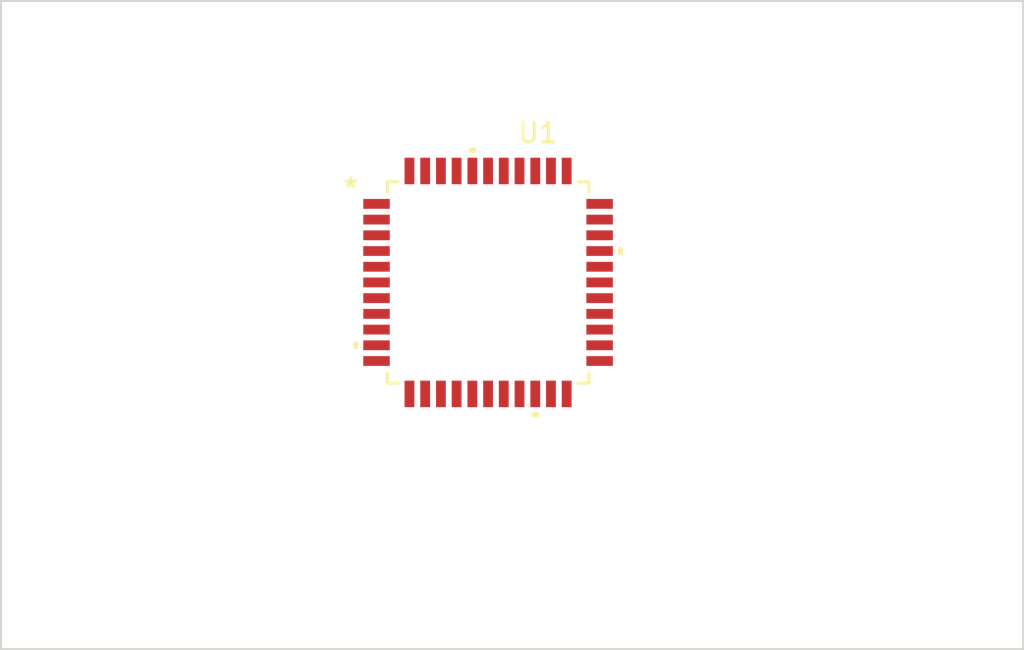
<source format=kicad_pcb>
(kicad_pcb (version 20211014) (generator pcbnew)
  (title_block (title "NixieTubeClock") (date "2023-04-20") (rev "0.1"))
  (layers (0 "F.Cu" signal) (31 "B.Cu" signal) (34 "B.Paste" user) (35 "F.Paste" user) (36 "B.SilkS" user "B.Silkscreen") (37 "F.SilkS" user "F.Silkscreen") (38 "B.Mask" user) (39 "F.Mask" user) (44 "Edge.Cuts" user))
  (net 0 "")
  (net 3 "Net-(U1-Pad3)")
  (net 12 "Net-(U1-Pad12)")
  (net 13 "Net-(U1-Pad13)")
  (net 14 "Net-(U1-Pad14)")
  (net 15 "Net-(U1-Pad15)")
  (net 16 "Net-(U1-Pad16)")
  (net 17 "Net-(U1-Pad17)")
  (net 18 "Net-(U1-Pad18)")
  (net 19 "Net-(U1-Pad19)")
  (net 20 "Net-(U1-Pad20)")
  (net 21 "Net-(U1-Pad21)")
  (net 22 "Net-(U1-Pad22)")
  (net 29 "GND")
  (net 30 "VCC")
  (footprint "NixieTube:QFP44_10x10MC_MCH" (layer "F.Cu") (at 144.78 100.33)
    (fp_text reference "U1" (at 2.54 -7.62 unlocked) (layer "F.SilkS"))
    (fp_text value "HV5530PG-G")
    (fp_text user "*" (at -6.984998 -4.781) (layer "F.SilkS"))
    (fp_text user "*" (at -6.984998 -4.781 unlocked) (layer "F.SilkS"))
    (fp_line (start 5.127 -4.58274) (end 5.127 -5.127) (layer "F.SilkS") (width 0.1524))
    (fp_line (start -5.127 5.127) (end -4.58274 5.127) (layer "F.SilkS") (width 0.1524))
    (fp_line (start 4.58274 5.127) (end 5.127 5.127) (layer "F.SilkS") (width 0.1524))
    (fp_line (start 5.127 -5.127) (end 4.58274 -5.127) (layer "F.SilkS") (width 0.1524))
    (fp_line (start -4.58274 -5.127) (end -5.127 -5.127) (layer "F.SilkS") (width 0.1524))
    (fp_line (start 5.127 5.127) (end 5.127 4.58274) (layer "F.SilkS") (width 0.1524))
    (fp_line (start -5.127 4.58274) (end -5.127 5.127) (layer "F.SilkS") (width 0.1524))
    (fp_line (start -5.127 -5.127) (end -5.127 -4.58274) (layer "F.SilkS") (width 0.1524))
    (fp_poly (pts (xy 2.2095 6.603997) (xy 2.2095 6.857997) (xy 2.5905 6.857997) (xy 2.5905 6.603997)) (layer "F.SilkS") (width 0) (fill solid))
    (fp_poly (pts (xy 6.857997 -1.790499) (xy 6.857997 -1.409499) (xy 6.603997 -1.409499) (xy 6.603997 -1.790499)) (layer "F.SilkS") (width 0) (fill solid))
    (fp_poly (pts (xy -6.857997 3.009499) (xy -6.857997 3.390499) (xy -6.603997 3.390499) (xy -6.603997 3.009499)) (layer "F.SilkS") (width 0) (fill solid))
    (fp_poly (pts (xy -0.990501 -6.603997) (xy -0.990501 -6.857997) (xy -0.609501 -6.857997) (xy -0.609501 -6.603997)) (layer "F.SilkS") (width 0) (fill solid))
    (pad "1" smd rect (at -5.675 -4 90) (size 0.5 1.349999) (layers "F.Cu" "F.Paste" "F.Mask"))
    (pad "2" smd rect (at -5.675 -3.199999 90) (size 0.5 1.349999) (layers "F.Cu" "F.Paste" "F.Mask"))
    (pad "3" smd rect (at -5.675 -2.4 90) (size 0.5 1.349999) (layers "F.Cu" "F.Paste" "F.Mask") (net 3 "Net-(U1-Pad3)"))
    (pad "4" smd rect (at -5.675 -1.599999 90) (size 0.5 1.349999) (layers "F.Cu" "F.Paste" "F.Mask"))
    (pad "5" smd rect (at -5.675 -0.800001 90) (size 0.5 1.349999) (layers "F.Cu" "F.Paste" "F.Mask"))
    (pad "6" smd rect (at -5.675 0 90) (size 0.5 1.349999) (layers "F.Cu" "F.Paste" "F.Mask"))
    (pad "7" smd rect (at -5.675 0.800001 90) (size 0.5 1.349999) (layers "F.Cu" "F.Paste" "F.Mask"))
    (pad "8" smd rect (at -5.675 1.599999 90) (size 0.5 1.349999) (layers "F.Cu" "F.Paste" "F.Mask"))
    (pad "9" smd rect (at -5.675 2.4 90) (size 0.5 1.349999) (layers "F.Cu" "F.Paste" "F.Mask"))
    (pad "10" smd rect (at -5.675 3.199999 90) (size 0.5 1.349999) (layers "F.Cu" "F.Paste" "F.Mask"))
    (pad "11" smd rect (at -5.675 4 90) (size 0.5 1.349999) (layers "F.Cu" "F.Paste" "F.Mask"))
    (pad "12" smd rect (at -4 5.675) (size 0.5 1.349999) (layers "F.Cu" "F.Paste" "F.Mask") (net 12 "Net-(U1-Pad12)"))
    (pad "13" smd rect (at -3.199999 5.675) (size 0.5 1.349999) (layers "F.Cu" "F.Paste" "F.Mask") (net 13 "Net-(U1-Pad13)"))
    (pad "14" smd rect (at -2.4 5.675) (size 0.5 1.349999) (layers "F.Cu" "F.Paste" "F.Mask") (net 14 "Net-(U1-Pad14)"))
    (pad "15" smd rect (at -1.599999 5.675) (size 0.5 1.349999) (layers "F.Cu" "F.Paste" "F.Mask") (net 15 "Net-(U1-Pad15)"))
    (pad "16" smd rect (at -0.800001 5.675) (size 0.5 1.349999) (layers "F.Cu" "F.Paste" "F.Mask") (net 16 "Net-(U1-Pad16)"))
    (pad "17" smd rect (at 0 5.675) (size 0.5 1.349999) (layers "F.Cu" "F.Paste" "F.Mask") (net 17 "Net-(U1-Pad17)"))
    (pad "18" smd rect (at 0.800001 5.675) (size 0.5 1.349999) (layers "F.Cu" "F.Paste" "F.Mask") (net 18 "Net-(U1-Pad18)"))
    (pad "19" smd rect (at 1.599999 5.675) (size 0.5 1.349999) (layers "F.Cu" "F.Paste" "F.Mask") (net 19 "Net-(U1-Pad19)"))
    (pad "20" smd rect (at 2.4 5.675) (size 0.5 1.349999) (layers "F.Cu" "F.Paste" "F.Mask") (net 20 "Net-(U1-Pad20)"))
    (pad "21" smd rect (at 3.199999 5.675) (size 0.5 1.349999) (layers "F.Cu" "F.Paste" "F.Mask") (net 21 "Net-(U1-Pad21)"))
    (pad "22" smd rect (at 4 5.675) (size 0.5 1.349999) (layers "F.Cu" "F.Paste" "F.Mask") (net 22 "Net-(U1-Pad22)"))
    (pad "23" smd rect (at 5.675 4 90) (size 0.5 1.349999) (layers "F.Cu" "F.Paste" "F.Mask"))
    (pad "24" smd rect (at 5.675 3.199999 90) (size 0.5 1.349999) (layers "F.Cu" "F.Paste" "F.Mask"))
    (pad "25" smd rect (at 5.675 2.4 90) (size 0.5 1.349999) (layers "F.Cu" "F.Paste" "F.Mask"))
    (pad "26" smd rect (at 5.675 1.599999 90) (size 0.5 1.349999) (layers "F.Cu" "F.Paste" "F.Mask"))
    (pad "27" smd rect (at 5.675 0.800001 90) (size 0.5 1.349999) (layers "F.Cu" "F.Paste" "F.Mask"))
    (pad "28" smd rect (at 5.675 0 90) (size 0.5 1.349999) (layers "F.Cu" "F.Paste" "F.Mask"))
    (pad "29" smd rect (at 5.675 -0.800001 90) (size 0.5 1.349999) (layers "F.Cu" "F.Paste" "F.Mask") (net 29 "GND"))
    (pad "30" smd rect (at 5.675 -1.599999 90) (size 0.5 1.349999) (layers "F.Cu" "F.Paste" "F.Mask") (net 30 "VCC"))
    (pad "31" smd rect (at 5.675 -2.4 90) (size 0.5 1.349999) (layers "F.Cu" "F.Paste" "F.Mask"))
    (pad "32" smd rect (at 5.675 -3.199999 90) (size 0.5 1.349999) (layers "F.Cu" "F.Paste" "F.Mask"))
    (pad "33" smd rect (at 5.675 -4 90) (size 0.5 1.349999) (layers "F.Cu" "F.Paste" "F.Mask"))
    (pad "34" smd rect (at 4 -5.675) (size 0.5 1.349999) (layers "F.Cu" "F.Paste" "F.Mask"))
    (pad "35" smd rect (at 3.199999 -5.675) (size 0.5 1.349999) (layers "F.Cu" "F.Paste" "F.Mask"))
    (pad "36" smd rect (at 2.4 -5.675) (size 0.5 1.349999) (layers "F.Cu" "F.Paste" "F.Mask"))
    (pad "37" smd rect (at 1.599999 -5.675) (size 0.5 1.349999) (layers "F.Cu" "F.Paste" "F.Mask"))
    (pad "38" smd rect (at 0.800001 -5.675) (size 0.5 1.349999) (layers "F.Cu" "F.Paste" "F.Mask"))
    (pad "39" smd rect (at 0 -5.675) (size 0.5 1.349999) (layers "F.Cu" "F.Paste" "F.Mask"))
    (pad "40" smd rect (at -0.800001 -5.675) (size 0.5 1.349999) (layers "F.Cu" "F.Paste" "F.Mask"))
    (pad "41" smd rect (at -1.599999 -5.675) (size 0.5 1.349999) (layers "F.Cu" "F.Paste" "F.Mask"))
    (pad "42" smd rect (at -2.4 -5.675) (size 0.5 1.349999) (layers "F.Cu" "F.Paste" "F.Mask"))
    (pad "43" smd rect (at -3.199999 -5.675) (size 0.5 1.349999) (layers "F.Cu" "F.Paste" "F.Mask"))
    (pad "44" smd rect (at -4 -5.675) (size 0.5 1.349999) (layers "F.Cu" "F.Paste" "F.Mask"))
  )
  (gr_rect (start 172 86) (end 120 119) (layer "Edge.Cuts") (width 0.1) (fill none))
)
</source>
